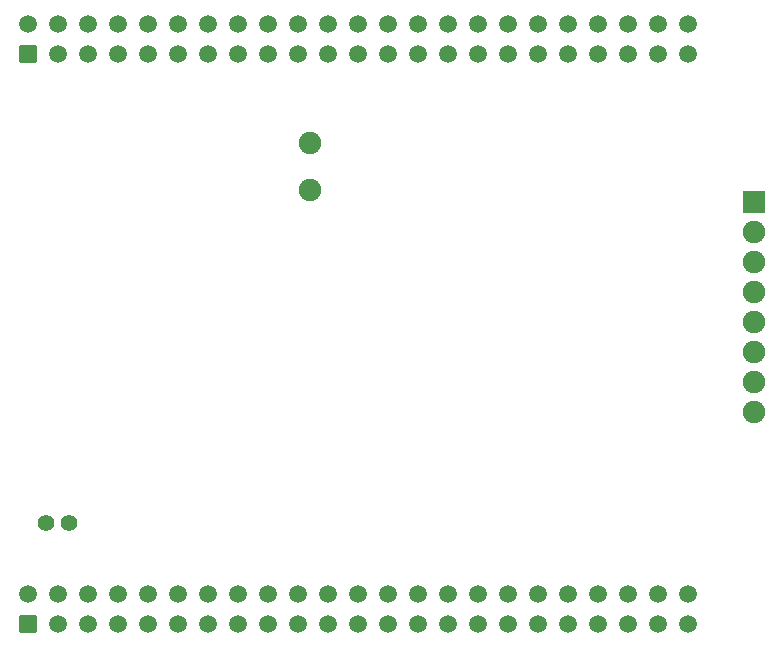
<source format=gbs>
G04 Layer: BottomSolderMaskLayer*
G04 EasyEDA v6.5.22, 2023-01-10 12:32:39*
G04 1e824566333e41a2b08e8a3146a8d8cc,2e4b97ed0a384ad5b60706015a639cab,10*
G04 Gerber Generator version 0.2*
G04 Scale: 100 percent, Rotated: No, Reflected: No *
G04 Dimensions in inches *
G04 leading zeros omitted , absolute positions ,3 integer and 6 decimal *
%FSLAX36Y36*%
%MOIN*%

%AMMACRO1*1,1,$1,$2,$3*1,1,$1,$4,$5*1,1,$1,0-$2,0-$3*1,1,$1,0-$4,0-$5*20,1,$1,$2,$3,$4,$5,0*20,1,$1,$4,$5,0-$2,0-$3,0*20,1,$1,0-$2,0-$3,0-$4,0-$5,0*20,1,$1,0-$4,0-$5,$2,$3,0*4,1,4,$2,$3,$4,$5,0-$2,0-$3,0-$4,0-$5,$2,$3,0*%
%ADD10C,0.0749*%
%ADD11MACRO1,0.004X-0.0276X0.0276X0.0276X0.0276*%
%ADD12C,0.0591*%
%ADD13MACRO1,0.004X0.0354X0.0354X0.0354X-0.0354*%
%ADD14C,0.0552*%

%LPD*%
D10*
G01*
X1780000Y-688739D03*
G01*
X1780000Y-531260D03*
D11*
G01*
X840000Y-235000D03*
D12*
G01*
X840000Y-135000D03*
G01*
X940000Y-235000D03*
G01*
X940000Y-135000D03*
G01*
X1040000Y-235000D03*
G01*
X1040000Y-135000D03*
G01*
X1140000Y-235000D03*
G01*
X1140000Y-135000D03*
G01*
X1240000Y-235000D03*
G01*
X1240000Y-135000D03*
G01*
X1340000Y-235000D03*
G01*
X1340000Y-135000D03*
G01*
X1440000Y-235000D03*
G01*
X1440000Y-135000D03*
G01*
X1540000Y-235000D03*
G01*
X1540000Y-135000D03*
G01*
X1640000Y-235000D03*
G01*
X1640000Y-135000D03*
G01*
X1740000Y-235000D03*
G01*
X1740000Y-135000D03*
G01*
X1840000Y-235000D03*
G01*
X1840000Y-135000D03*
G01*
X1940000Y-235000D03*
G01*
X1940000Y-135000D03*
G01*
X2040000Y-235000D03*
G01*
X2040000Y-135000D03*
G01*
X2140000Y-235000D03*
G01*
X2140000Y-135000D03*
G01*
X2240000Y-235000D03*
G01*
X2240000Y-135000D03*
G01*
X2340000Y-235000D03*
G01*
X2340000Y-135000D03*
G01*
X2440000Y-235000D03*
G01*
X2440000Y-135000D03*
G01*
X2540000Y-235000D03*
G01*
X2540000Y-135000D03*
G01*
X2640000Y-235000D03*
G01*
X2640000Y-135000D03*
G01*
X2740000Y-235000D03*
G01*
X2740000Y-135000D03*
G01*
X2840000Y-235000D03*
G01*
X2840000Y-135000D03*
G01*
X2940000Y-235000D03*
G01*
X2940000Y-135000D03*
G01*
X3040000Y-235000D03*
G01*
X3040000Y-135000D03*
D11*
G01*
X840000Y-2135000D03*
D12*
G01*
X840000Y-2035000D03*
G01*
X940000Y-2135000D03*
G01*
X940000Y-2035000D03*
G01*
X1040000Y-2135000D03*
G01*
X1040000Y-2035000D03*
G01*
X1140000Y-2135000D03*
G01*
X1140000Y-2035000D03*
G01*
X1240000Y-2135000D03*
G01*
X1240000Y-2035000D03*
G01*
X1340000Y-2135000D03*
G01*
X1340000Y-2035000D03*
G01*
X1440000Y-2135000D03*
G01*
X1440000Y-2035000D03*
G01*
X1540000Y-2135000D03*
G01*
X1540000Y-2035000D03*
G01*
X1640000Y-2135000D03*
G01*
X1640000Y-2035000D03*
G01*
X1740000Y-2135000D03*
G01*
X1740000Y-2035000D03*
G01*
X1840000Y-2135000D03*
G01*
X1840000Y-2035000D03*
G01*
X1940000Y-2135000D03*
G01*
X1940000Y-2035000D03*
G01*
X2040000Y-2135000D03*
G01*
X2040000Y-2035000D03*
G01*
X2140000Y-2135000D03*
G01*
X2140000Y-2035000D03*
G01*
X2240000Y-2135000D03*
G01*
X2240000Y-2035000D03*
G01*
X2340000Y-2135000D03*
G01*
X2340000Y-2035000D03*
G01*
X2440000Y-2135000D03*
G01*
X2440000Y-2035000D03*
G01*
X2540000Y-2135000D03*
G01*
X2540000Y-2035000D03*
G01*
X2640000Y-2135000D03*
G01*
X2640000Y-2035000D03*
G01*
X2740000Y-2135000D03*
G01*
X2740000Y-2035000D03*
G01*
X2840000Y-2135000D03*
G01*
X2840000Y-2035000D03*
G01*
X2940000Y-2135000D03*
G01*
X2940000Y-2035000D03*
G01*
X3040000Y-2135000D03*
G01*
X3040000Y-2035000D03*
D13*
G01*
X3260000Y-730000D03*
D10*
G01*
X3260000Y-830000D03*
G01*
X3260000Y-930000D03*
G01*
X3260000Y-1030000D03*
G01*
X3260000Y-1130000D03*
G01*
X3260000Y-1230000D03*
G01*
X3260000Y-1330000D03*
G01*
X3260000Y-1430000D03*
D14*
G01*
X979369Y-1800000D03*
G01*
X900630Y-1800000D03*
M02*

</source>
